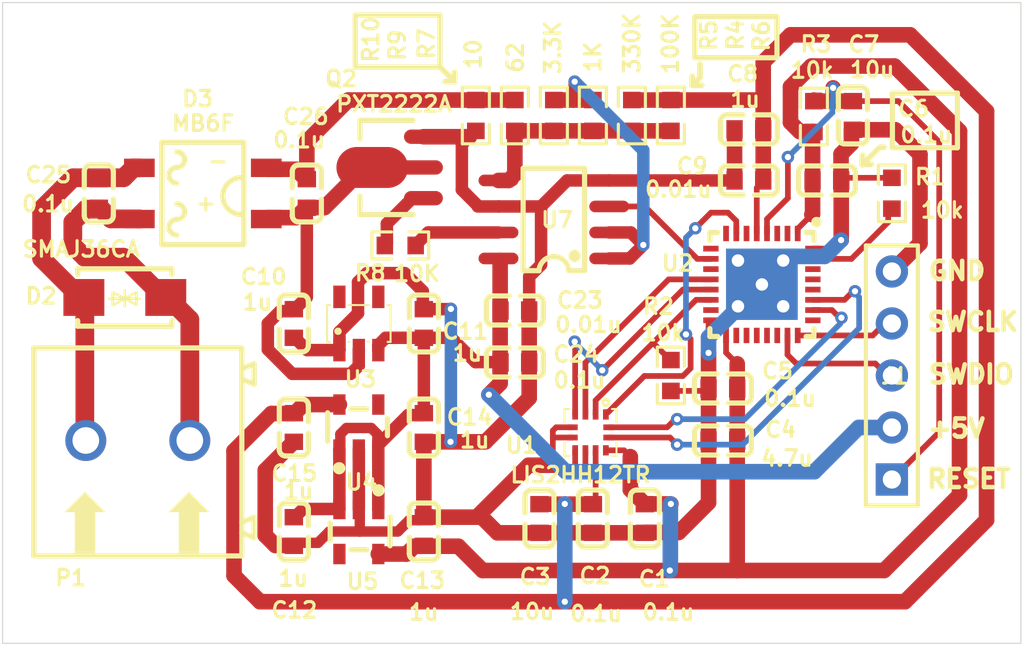
<source format=kicad_pcb>
(kicad_pcb (version 20240108) (generator "pcbnew") (generator_version "8.0")
  (layers (0 "F.Cu" signal "Top Layer") (31 "B.Cu" signal "Bottom Layer") (34 "B.Paste" user "Bottom Paste") (35 "F.Paste" user "Top Paste") (36 "B.SilkS" user "Bottom Overlay") (37 "F.SilkS" user "Top Overlay") (38 "B.Mask" user "Bottom Solder") (39 "F.Mask" user "Top Solder") (44 "Edge.Cuts" user))
  (net 0 "")
  (net 1 "VDD")
  (net 2 "GND")
  (net 3 "VDDA")
  (net 4 "RESET")
  (net 5 "VIN")
  (net 6 "+5V")
  (net 7 "LOOP+")
  (net 8 "LOOP-")
  (net 9 "NetC26_1")
  (net 10 "SWCLK")
  (net 11 "SWDIO")
  (net 12 "NetQ2_3")
  (net 13 "BOOT0")
  (net 14 "SPI1_NSS")
  (net 15 "NetR4_2")
  (net 16 "NetR5_2")
  (net 17 "NetR8_2")
  (net 18 "INT1")
  (net 19 "INT2")
  (net 20 "SPI1_MOSI")
  (net 21 "SPI1_MISO")
  (net 22 "SPI1_SCK")
  (net 23 "DAC1_OUT1")
  (footprint "C0603" (layer "F.Cu") (at 148.6535 106.934 180)
    (property "Reference" "C24")
    (property "Value" "0.1u")
  )
  (footprint "R0603" (layer "F.Cu") (at 163.2585 94.92463 -90)
    (property "Reference" "R3")
    (property "Value" "10k")
  )
  (footprint "C0603" (layer "F.Cu") (at 138.4935 98.679 -90)
    (property "Reference" "C26")
    (property "Value" "0.1u")
  )
  (footprint "C0603" (layer "F.Cu") (at 160.0835 95.54888)
    (property "Reference" "C8")
    (property "Value" "1u")
  )
  (footprint "C0603" (layer "F.Cu") (at 160.0835 98.044)
    (property "Reference" "C9")
    (property "Value" "0.01u")
  )
  (footprint "SOT-23-5_L2.9-W1.6-P0.95-LS2.8-BR" (layer "F.Cu") (at 141.0335 115.189 90)
    (property "Reference" "U5")
    (property "Value" "TPS7A0325PDBVR" (hide yes))
  )
  (footprint "C0603" (layer "F.Cu") (at 144.2085 105.029 -90)
    (property "Reference" "C11")
    (property "Value" "1u")
  )
  (footprint "HDR-M-2.54_1X5" (layer "F.Cu") (at 167.0685 107.569 90)
    (property "Reference" "J1")
    (property "Value" "HDR-M-2.54_1x5" (hide yes))
  )
  (footprint "SOT-23-5_L3.0-W1.7-P0.95-LS2.8-BR" (layer "F.Cu") (at 141.0335 105.029 -90)
    (property "Reference" "U3")
    (property "Value" "TLV70450DBVR" (hide yes))
  )
  (footprint "SMA_L4.4-W2.6-LS5.0-BI" (layer "F.Cu") (at 129.6035 103.759)
    (property "Reference" "D2")
    (property "Value" "SMAJ36CA")
  )
  (footprint "C0603" (layer "F.Cu") (at 158.8135 110.744)
    (property "Reference" "C4")
    (property "Value" "4.7u")
  )
  (footprint "R0603" (layer "F.Cu") (at 156.2735 94.869 -90)
    (property "Reference" "R6")
    (property "Value" "100K")
  )
  (footprint "C0603" (layer "F.Cu") (at 158.8135 108.204)
    (property "Reference" "C5")
    (property "Value" "0.1u")
  )
  (footprint "C0603" (layer "F.Cu") (at 128.3335 98.679 -90)
    (property "Reference" "C25")
    (property "Value" "0.1u")
  )
  (footprint "C0603" (layer "F.Cu") (at 144.2085 115.189 -90)
    (property "Reference" "C13")
    (property "Value" "1u")
  )
  (footprint "CONN-TH_2P-P5.00_WJ500V-5.08-2P" (layer "F.Cu") (at 130.2385 110.744 180)
    (property "Reference" "P1")
    (property "Value" "WJ500V-5.08-2P-14-00A" (hide yes))
  )
  (footprint "R0603" (layer "F.Cu") (at 146.7485 94.869 90)
    (property "Reference" "R10")
    (property "Value" "10")
  )
  (footprint "C0603" (layer "F.Cu") (at 148.6535 104.394 180)
    (property "Reference" "C23")
    (property "Value" "0.01u")
  )
  (footprint "R0603" (layer "F.Cu") (at 152.4635 94.869 90)
    (property "Reference" "R5")
    (property "Value" "1K")
  )
  (footprint "C0603" (layer "F.Cu") (at 137.8585 110.109 90)
    (property "Reference" "C15")
    (property "Value" "1u")
  )
  (footprint "UFQFPN-32_L5.0-W5.0-P0.50-TL-EP3.5" (layer "F.Cu") (at 160.7185 103.124 -90)
    (property "Reference" "U2")
    (property "Value" "STM32L432KBU6" (hide yes))
  )
  (footprint "MBF_L4.8-W3.9-P2.50-LS6.7-TL" (layer "F.Cu") (at 133.4135 98.679)
    (property "Reference" "D3")
    (property "Value" "MB6F")
  )
  (footprint "C0603" (layer "F.Cu") (at 155.0035 114.554 90)
    (property "Reference" "C1")
    (property "Value" "0.1u")
  )
  (footprint "R0603" (layer "F.Cu") (at 154.3685 94.869 -90)
    (property "Reference" "R4")
    (property "Value" "330K")
  )
  (footprint "R0603" (layer "F.Cu") (at 143.05674 101.219)
    (property "Reference" "R8")
    (property "Value" "10K")
  )
  (footprint "SOT-89-3_L4.5-W2.5-P1.50-LS4.1-TR" (layer "F.Cu") (at 142.9385 97.409)
    (property "Reference" "Q2")
    (property "Value" "PXT2222A")
  )
  (footprint "R0603" (layer "F.Cu") (at 148.6535 94.869 90)
    (property "Reference" "R9")
    (property "Value" "62")
  )
  (footprint "C0603" (layer "F.Cu") (at 149.8552 114.554 90)
    (property "Reference" "C3")
    (property "Value" "10u")
  )
  (footprint "C0603" (layer "F.Cu") (at 137.8585 115.189 90)
    (property "Reference" "C12")
    (property "Value" "1u")
  )
  (footprint "R0603" (layer "F.Cu") (at 167.0685 98.66818 90)
    (property "Reference" "R1")
    (property "Value" "10k")
  )
  (footprint "R0603" (layer "F.Cu") (at 156.2735 107.569 90)
    (property "Reference" "R2")
    (property "Value" "10k")
  )
  (footprint "C0603" (layer "F.Cu") (at 144.2085 110.109 90)
    (property "Reference" "C14")
    (property "Value" "1u")
  )
  (footprint "SOIC-8_L5.0-W4.0-P1.27-LS6.0-BL" (layer "F.Cu") (at 150.5585 99.949 90)
    (property "Reference" "U7")
    (property "Value" "OPA2244UA/2K5" (hide yes))
  )
  (footprint "C0603" (layer "F.Cu") (at 137.8585 105.029 90)
    (property "Reference" "C10")
    (property "Value" "1u")
  )
  (footprint "LGA-12_L2.0-W2.0-P0.50-BL" (layer "F.Cu") (at 152.34849 110.34895 180)
    (property "Reference" "U1")
    (property "Value" "LIS2HH12TR")
  )
  (footprint "C0603" (layer "F.Cu") (at 152.4635 114.554 90)
    (property "Reference" "C2")
    (property "Value" "0.1u")
  )
  (footprint "C0603" (layer "F.Cu") (at 165.1635 94.869 90)
    (property "Reference" "C7")
    (property "Value" "10u")
  )
  (footprint "R0603" (layer "F.Cu") (at 150.5585 94.869 90)
    (property "Reference" "R7")
    (property "Value" "3.3K")
  )
  (footprint "C0603" (layer "F.Cu") (at 163.8935 98.04392 180)
    (property "Reference" "C6")
    (property "Value" "0.1u")
  )
  (footprint "SOT-23-5_L2.9-W1.6-P0.95-LS2.8-BR" (layer "F.Cu") (at 141.0335 110.08888 -90)
    (property "Reference" "U4")
    (property "Value" "TPS7A0325PDBVR" (hide yes))
  )
  (gr_rect (start 158.9659 104.8512) (end 162.4711 101.3714) (fill solid) (layer "B.Cu") (net 2))
  (gr_line (start 144.9959 92.5068) (end 145.7071 93.218) (stroke (width 0.2794)) (layer "F.SilkS"))
  (gr_line (start 165.6207 97.282) (end 165.6461 97.2566) (stroke (width 0.2794)) (layer "F.SilkS"))
  (gr_line (start 145.2499 93.218) (end 145.7071 93.218) (stroke (width 0.2794)) (layer "F.SilkS"))
  (gr_line (start 157.6959 93.0148) (end 157.6959 92.3544) (stroke (width 0.2794)) (layer "F.SilkS"))
  (gr_line (start 165.6207 97.282) (end 165.6461 97.2566) (stroke (width 0.2794)) (layer "F.SilkS"))
  (gr_line (start 144.9959 92.5068) (end 144.9959 89.9668) (stroke (width 0.254)) (layer "F.SilkS"))
  (gr_line (start 157.3149 93.3958) (end 157.3149 92.964) (stroke (width 0.2794)) (layer "F.SilkS"))
  (gr_line (start 167.0939 93.7768) (end 170.2689 93.7768) (stroke (width 0.254)) (layer "F.SilkS"))
  (gr_line (start 165.6207 97.282) (end 165.6207 96.8502) (stroke (width 0.2794)) (layer "F.SilkS"))
  (gr_line (start 161.4551 92.0496) (end 161.4551 90.043) (stroke (width 0.254)) (layer "F.SilkS"))
  (gr_line (start 165.6207 97.282) (end 166.4843 96.4184) (stroke (width 0.2794)) (layer "F.SilkS"))
  (gr_line (start 157.3149 93.3958) (end 157.6959 93.0148) (stroke (width 0.2794)) (layer "F.SilkS"))
  (gr_line (start 166.4843 96.4184) (end 166.6875 96.4184) (stroke (width 0.2794)) (layer "F.SilkS"))
  (gr_line (start 165.6461 97.2566) (end 166.0525 97.2566) (stroke (width 0.2794)) (layer "F.SilkS"))
  (gr_line (start 165.6461 97.2566) (end 165.6461 96.8248) (stroke (width 0.2794)) (layer "F.SilkS"))
  (gr_line (start 145.7071 93.218) (end 145.7071 92.7608) (stroke (width 0.2794)) (layer "F.SilkS"))
  (gr_line (start 157.4419 90.043) (end 161.4551 90.043) (stroke (width 0.254)) (layer "F.SilkS"))
  (gr_line (start 157.3149 93.3958) (end 157.7721 93.3958) (stroke (width 0.2794)) (layer "F.SilkS"))
  (gr_line (start 157.4419 92.0496) (end 157.4419 90.043) (stroke (width 0.254)) (layer "F.SilkS"))
  (gr_line (start 157.4419 92.0496) (end 161.4551 92.0496) (stroke (width 0.254)) (layer "F.SilkS"))
  (gr_line (start 157.3149 93.3958) (end 157.7721 93.3958) (stroke (width 0.2794)) (layer "F.SilkS"))
  (gr_line (start 170.2689 96.4438) (end 170.2689 93.7768) (stroke (width 0.254)) (layer "F.SilkS"))
  (gr_line (start 145.7071 93.218) (end 145.7071 92.7608) (stroke (width 0.2794)) (layer "F.SilkS"))
  (gr_line (start 140.8557 92.5068) (end 144.9959 92.5068) (stroke (width 0.254)) (layer "F.SilkS"))
  (gr_line (start 140.8557 89.9668) (end 144.9959 89.9668) (stroke (width 0.254)) (layer "F.SilkS"))
  (gr_line (start 167.0939 96.4438) (end 167.0939 93.7768) (stroke (width 0.254)) (layer "F.SilkS"))
  (gr_line (start 165.6207 96.8502) (end 165.6461 96.8248) (stroke (width 0.2794)) (layer "F.SilkS"))
  (gr_line (start 167.0939 96.4438) (end 170.2689 96.4438) (stroke (width 0.254)) (layer "F.SilkS"))
  (gr_line (start 140.8557 92.5068) (end 140.8557 89.9668) (stroke (width 0.254)) (layer "F.SilkS"))
  (gr_line (start 123.6345 89.3572) (end 173.3677 89.3572) (stroke (width 0.05)) (layer "Edge.Cuts"))
  (gr_line (start 123.6345 120.65) (end 123.6345 89.3572) (stroke (width 0.05)) (layer "Edge.Cuts"))
  (gr_line (start 173.3677 89.3572) (end 173.3677 120.65) (stroke (width 0.05)) (layer "Edge.Cuts"))
  (gr_line (start 173.3677 120.65) (end 123.6345 120.65) (stroke (width 0.05)) (layer "Edge.Cuts"))
  (gr_text "+5V" (at 168.7195 110.675103 0) (layer "F.SilkS") (effects (font (size 0.889 0.889) (thickness 0.254)) (justify left bottom)))
  (gr_text "RESET" (at 168.6687 113.138903 0) (layer "F.SilkS") (effects (font (size 0.889 0.889) (thickness 0.254)) (justify left bottom)))
  (gr_text "GND" (at 168.7449 102.978903 0) (layer "F.SilkS") (effects (font (size 0.889 0.889) (thickness 0.254)) (justify left bottom)))
  (gr_text "SWDIO" (at 168.7449 108.033503 0) (layer "F.SilkS") (effects (font (size 0.889 0.889) (thickness 0.254)) (justify left bottom)))
  (gr_text "SWCLK" (at 168.6941 105.468103 0) (layer "F.SilkS") (effects (font (size 0.889 0.889) (thickness 0.254)) (justify left bottom)))
  (segment (start 159.5134 110.744) (end 159.5134 108.204) (width 0.762) (layer "F.Cu") (net 1))
  (segment (start 158.96839 106.45389) (end 158.96839 105.61399) (width 0.2794) (layer "F.Cu") (net 1))
  (segment (start 159.51339 117.094) (end 166.6875 117.094) (width 0.762) (layer "F.Cu") (net 1))
  (segment (start 158.96839 106.45389) (end 159.5134 106.9989) (width 0.2794) (layer "F.Cu") (net 1))
  (segment (start 163.1936 95.65837) (end 163.19635 95.65562) (width 0.762) (layer "F.Cu") (net 1))
  (segment (start 154.9345 113.8351) (end 154.9535 113.8541) (width 0.762) (layer "F.Cu") (net 1))
  (segment (start 153.98481 111.22391) (end 154.2923 111.5314) (width 0.2794) (layer "F.Cu") (net 1))
  (segment (start 155.0148 113.8428) (end 156.2735 113.8428) (width 0.762) (layer "F.Cu") (net 1))
  (segment (start 162.46851 100.63401) (end 162.46851 100.39901) (width 0.2794) (layer "F.Cu") (net 1))
  (segment (start 167.1955 92.456) (end 170.3705 95.631) (width 0.762) (layer "F.Cu") (net 1))
  (segment (start 156.2227 117.094) (end 159.51339 117.094) (width 0.762) (layer "F.Cu") (net 1))
  (segment (start 143.7436 115.9079) (end 144.1895 115.9079) (width 0.762) (layer "F.Cu") (net 1))
  (segment (start 162.1155 95.20926) (end 162.56187 95.65562) (width 0.762) (layer "F.Cu") (net 1))
  (segment (start 154.9345 113.8351) (end 154.9345 113.7851) (width 0.762) (layer "F.Cu") (net 1))
  (segment (start 163.1315 92.456) (end 167.1955 92.456) (width 0.762) (layer "F.Cu") (net 1))
  (segment (start 163.23626 95.65562) (end 163.2585 95.67786) (width 0.762) (layer "F.Cu") (net 1))
  (segment (start 159.5134 108.204) (end 159.5134 106.9989) (width 0.762) (layer "F.Cu") (net 1))
  (segment (start 144.2275 115.9079) (end 145.8926 115.9079) (width 0.762) (layer "F.Cu") (net 1))
  (segment (start 163.19635 95.65562) (end 163.23626 95.65562) (width 0.762) (layer "F.Cu") (net 1))
  (segment (start 159.51339 117.094) (end 159.5134 117.094) (width 0.762) (layer "F.Cu") (net 1))
  (segment (start 166.6875 117.094) (end 170.3705 113.411) (width 0.762) (layer "F.Cu") (net 1))
  (segment (start 163.1936 98.04392) (end 163.1936 95.65837) (width 0.762) (layer "F.Cu") (net 1))
  (segment (start 144.1895 115.9079) (end 144.2085 115.8889) (width 0.762) (layer "F.Cu") (net 1))
  (segment (start 162.46851 100.39901) (end 163.1569 99.71062) (width 0.2794) (layer "F.Cu") (net 1))
  (segment (start 143.3624 116.2891) (end 143.7436 115.9079) (width 0.762) (layer "F.Cu") (net 1))
  (segment (start 154.2923 113.1429) (end 154.9345 113.7851) (width 0.762) (layer "F.Cu") (net 1))
  (segment (start 154.9535 113.8541) (end 155.0035 113.8541) (width 0.762) (layer "F.Cu") (net 1))
  (segment (start 141.98351 116.2891) (end 143.3624 116.2891) (width 0.762) (layer "F.Cu") (net 1))
  (segment (start 147.0787 117.094) (end 156.2227 117.094) (width 0.762) (layer "F.Cu") (net 1))
  (segment (start 145.8926 115.9079) (end 147.0787 117.094) (width 0.762) (layer "F.Cu") (net 1))
  (segment (start 159.5134 117.094) (end 159.5134 110.744) (width 0.762) (layer "F.Cu") (net 1))
  (segment (start 170.3705 113.411) (end 170.3705 95.631) (width 0.762) (layer "F.Cu") (net 1))
  (segment (start 153.0985 111.22391) (end 153.98481 111.22391) (width 0.2794) (layer "F.Cu") (net 1))
  (segment (start 163.1936 99.67392) (end 163.1936 98.04392) (width 0.762) (layer "F.Cu") (net 1))
  (segment (start 163.1569 99.71062) (end 163.1936 99.67392) (width 0.762) (layer "F.Cu") (net 1))
  (segment (start 154.2923 113.1429) (end 154.2923 111.5314) (width 0.762) (layer "F.Cu") (net 1))
  (segment (start 162.1155 93.472) (end 163.1315 92.456) (width 0.762) (layer "F.Cu") (net 1))
  (segment (start 162.56187 95.65562) (end 163.19635 95.65562) (width 0.762) (layer "F.Cu") (net 1))
  (segment (start 144.2085 115.8889) (end 144.2275 115.9079) (width 0.762) (layer "F.Cu") (net 1))
  (segment (start 162.1155 95.20926) (end 162.1155 93.472) (width 0.762) (layer "F.Cu") (net 1))
  (via (at 156.2227 117.094) (size 0.6096) (drill 0.3048) (layers "F.Cu" "B.Cu") (net 1))
  (via (at 156.2735 113.8428) (size 0.6096) (drill 0.3048) (layers "F.Cu" "B.Cu") (net 1))
  (segment (start 156.2481 117.0686) (end 156.2481 113.8428) (width 0.762) (layer "B.Cu") (net 1))
  (segment (start 156.2227 117.094) (end 156.2481 117.0686) (width 0.762) (layer "B.Cu") (net 1))
  (segment (start 146.43411 95.90786) (end 146.71974 95.62224) (width 0.6096) (layer "F.Cu") (net 2))
  (segment (start 164.5842 98.03473) (end 164.5842 96.755) (width 0.762) (layer "F.Cu") (net 2))
  (segment (start 156.6594 115.2349) (end 158.1136 113.7807) (width 0.762) (layer "F.Cu") (net 2))
  (segment (start 149.3534 102.73998) (end 149.9338 102.15958) (width 0.6096) (layer "F.Cu") (net 2))
  (segment (start 165.0945 96.2447) (end 165.0945 95.5879) (width 0.762) (layer "F.Cu") (net 2))
  (segment (start 137.8395 115.8699) (end 137.8585 115.8889) (width 0.762) (layer "F.Cu") (net 2))
  (segment (start 144.18818 95.90786) (end 146.43411 95.90786) (width 0.762) (layer "F.Cu") (net 2))
  (segment (start 165.1635 95.5689) (end 167.235 95.5689) (width 0.762) (layer "F.Cu") (net 2))
  (segment (start 164.5842 98.03473) (end 164.70399 97.91494) (width 0.2794) (layer "F.Cu") (net 2))
  (segment (start 149.9338 99.314) (end 151.2038 98.044) (width 0.6096) (layer "F.Cu") (net 2))
  (segment (start 137.9085 105.7289) (end 138.50847 106.32887) (width 0.6096) (layer "F.Cu") (net 2))
  (segment (start 136.4615 112.2059) (end 137.7895 110.8779) (width 0.762) (layer "F.Cu") (net 2))
  (segment (start 167.235 95.5689) (end 168.4401 96.774) (width 0.762) (layer "F.Cu") (net 2))
  (segment (start 165.0945 95.5879) (end 165.1135 95.5689) (width 0.762) (layer "F.Cu") (net 2))
  (segment (start 137.8585 115.8889) (end 138.0045 115.7429) (width 0.508) (layer "F.Cu") (net 2))
  (segment (start 146.71974 95.62224) (end 146.7485 95.62224) (width 0.6096) (layer "F.Cu") (net 2))
  (segment (start 158.1136 110.744) (end 158.1136 108.204) (width 0.762) (layer "F.Cu") (net 2))
  (segment (start 140.08832 105.43633) (end 140.99327 104.53138) (width 0.6096) (layer "F.Cu") (net 2))
  (segment (start 149.8552 115.2539) (end 152.4635 115.2539) (width 0.762) (layer "F.Cu") (net 2))
  (segment (start 155.0225 115.2349) (end 156.6594 115.2349) (width 0.762) (layer "F.Cu") (net 2))
  (segment (start 142.9385 115.189) (end 143.4924 114.6351) (width 0.508) (layer "F.Cu") (net 2))
  (segment (start 153.2636 98.044) (end 159.3836 98.044) (width 0.6096) (layer "F.Cu") (net 2))
  (segment (start 138.50847 106.32887) (end 140.08352 106.32887) (width 0.6096) (layer "F.Cu") (net 2))
  (segment (start 150.5077 110.617) (end 150.5077 110.26261) (width 0.2794) (layer "F.Cu") (net 2))
  (segment (start 151.5745 112.1156) (end 151.59848 112.09162) (width 0.2794) (layer "F.Cu") (net 2))
  (segment (start 165.1135 95.5689) (end 165.1635 95.5689) (width 0.762) (layer "F.Cu") (net 2))
  (segment (start 151.5745 112.1156) (end 151.93481 112.1156) (width 0.2794) (layer "F.Cu") (net 2))
  (segment (start 139.03946 115.7429) (end 139.59336 115.189) (width 0.508) (layer "F.Cu") (net 2))
  (segment (start 164.5793 100.965) (end 164.58635 100.95795) (width 0.762) (layer "F.Cu") (net 2))
  (segment (start 143.27288 102.56938) (end 144.1585 103.455) (width 0.6096) (layer "F.Cu") (net 2))
  (segment (start 147.8534 99.314) (end 149.9338 99.314) (width 0.6096) (layer "F.Cu") (net 2))
  (segment (start 158.1136 106.4655) (end 158.1136 104.87411) (width 0.2794) (layer "F.Cu") (net 2))
  (segment (start 164.70399 97.91494) (end 167.0685 97.91494) (width 0.2794) (layer "F.Cu") (net 2))
  (segment (start 140.08352 106.32887) (end 140.08832 106.32407) (width 0.6096) (layer "F.Cu") (net 2))
  (segment (start 150.5077 110.26261) (end 150.67137 110.09894) (width 0.2794) (layer "F.Cu") (net 2))
  (segment (start 164.5842 96.755) (end 165.0945 96.2447) (width 0.762) (layer "F.Cu") (net 2))
  (segment (start 136.4615 115.37763) (end 136.4615 112.2059) (width 0.762) (layer "F.Cu") (net 2))
  (segment (start 152.4635 115.2539) (end 155.0035 115.2539) (width 0.762) (layer "F.Cu") (net 2))
  (segment (start 151.59848 112.09162) (end 151.59848 111.22391) (width 0.2794) (layer "F.Cu") (net 2))
  (segment (start 167.0685 102.489) (end 168.4401 101.1174) (width 0.762) (layer "F.Cu") (net 2))
  (segment (start 147.804 115.2539) (end 149.8552 115.2539) (width 0.762) (layer "F.Cu") (net 2))
  (segment (start 137.8585 105.7289) (end 137.9085 105.7289) (width 0.6096) (layer "F.Cu") (net 2))
  (segment (start 147.0392 114.4891) (end 147.804 115.2539) (width 0.762) (layer "F.Cu") (net 2))
  (segment (start 159.3836 95.54888) (end 159.3836 95.504) (width 0.762) (layer "F.Cu") (net 2))
  (segment (start 158.11391 104.87381) (end 158.22831 104.87381) (width 0.2794) (layer "F.Cu") (net 2))
  (segment (start 146.7993 114.4778) (end 149.32517 111.95193) (width 0.762) (layer "F.Cu") (net 2))
  (segment (start 146.8399 99.314) (end 147.8534 99.314) (width 0.6096) (layer "F.Cu") (net 2))
  (segment (start 144.1585 104.3291) (end 144.1585 103.455) (width 0.6096) (layer "F.Cu") (net 2))
  (segment (start 150.67137 110.09894) (end 151.47346 110.09894) (width 0.2794) (layer "F.Cu") (net 2))
  (segment (start 137.7895 110.8779) (end 137.7895 110.8279) (width 0.762) (layer "F.Cu") (net 2))
  (segment (start 149.3534 104.394) (end 149.3534 102.73998) (width 0.6096) (layer "F.Cu") (net 2))
  (segment (start 141.0795 115.189) (end 142.9385 115.189) (width 0.508) (layer "F.Cu") (net 2))
  (segment (start 140.99327 103.0072) (end 141.43108 102.56938) (width 0.6096) (layer "F.Cu") (net 2))
  (segment (start 150.67137 112.1156) (end 151.5745 112.1156) (width 0.2794) (layer "F.Cu") (net 2))
  (segment (start 144.2085 104.3291) (end 145.518 104.3291) (width 0.6096) (layer "F.Cu") (net 2))
  (segment (start 158.1136 108.204) (end 158.1136 106.4655) (width 0.762) (layer "F.Cu") (net 2))
  (segment (start 149.3534 108.6725) (end 149.3534 106.934) (width 0.762) (layer "F.Cu") (net 2))
  (segment (start 144.2085 110.8089) (end 145.50955 110.8089) (width 0.762) (layer "F.Cu") (net 2))
  (segment (start 146.06549 96.27648) (end 146.43411 95.90786) (width 0.6096) (layer "F.Cu") (net 2))
  (segment (start 151.93481 112.1156) (end 152.09848 111.95193) (width 0.2794) (layer "F.Cu") (net 2))
  (segment (start 147.217 110.8089) (end 149.3534 108.6725) (width 0.762) (layer "F.Cu") (net 2))
  (segment (start 151.2038 98.044) (end 153.2636 98.044) (width 0.6096) (layer "F.Cu") (net 2))
  (segment (start 144.2085 114.4891) (end 147.0392 114.4891) (width 0.762) (layer "F.Cu") (net 2))
  (segment (start 139.59336 115.189) (end 141.0795 115.189) (width 0.508) (layer "F.Cu") (net 2))
  (segment (start 141.0335 114.08893) (end 141.0795 114.13492) (width 0.508) (layer "F.Cu") (net 2))
  (segment (start 136.4615 115.37763) (end 136.95377 115.8699) (width 0.762) (layer "F.Cu") (net 2))
  (segment (start 163.20854 101.37394) (end 164.17036 101.37394) (width 0.2794) (layer "F.Cu") (net 2))
  (segment (start 140.99327 104.53138) (end 140.99327 103.0072) (width 0.6096) (layer "F.Cu") (net 2))
  (segment (start 144.2085 114.4891) (end 144.2085 110.8089) (width 0.762) (layer "F.Cu") (net 2))
  (segment (start 143.4924 114.6351) (end 144.0625 114.6351) (width 0.508) (layer "F.Cu") (net 2))
  (segment (start 157.99537 108.32224) (end 158.1136 108.204) (width 0.2794) (layer "F.Cu") (net 2))
  (segment (start 168.4401 101.1174) (end 168.4401 96.774) (width 0.762) (layer "F.Cu") (net 2))
  (segment (start 145.518 104.3291) (end 145.5293 104.3178) (width 0.6096) (layer "F.Cu") (net 2))
  (segment (start 136.95377 115.8699) (end 137.8395 115.8699) (width 0.762) (layer "F.Cu") (net 2))
  (segment (start 137.8085 110.8089) (end 137.8585 110.8089) (width 0.762) (layer "F.Cu") (net 2))
  (segment (start 158.1136 113.7807) (end 158.1136 110.744) (width 0.762) (layer "F.Cu") (net 2))
  (segment (start 150.52573 110.59897) (end 151.47346 110.59897) (width 0.2794) (layer "F.Cu") (net 2))
  (segment (start 141.0335 114.08893) (end 141.0335 111.18896) (width 0.6096) (layer "F.Cu") (net 2))
  (segment (start 141.0795 115.189) (end 141.0795 114.13492) (width 0.508) (layer "F.Cu") (net 2))
  (segment (start 140.08832 106.32407) (end 140.08832 105.43633) (width 0.6096) (layer "F.Cu") (net 2))
  (segment (start 152.09848 111.95193) (end 152.09848 111.22391) (width 0.2794) (layer "F.Cu") (net 2))
  (segment (start 146.06549 98.49839) (end 146.8605 99.2934) (width 0.6096) (layer "F.Cu") (net 2))
  (segment (start 164.58635 100.95795) (end 164.5934 100.9509) (width 0.762) (layer "F.Cu") (net 2))
  (segment (start 150.5077 111.95193) (end 150.67137 112.1156) (width 0.2794) (layer "F.Cu") (net 2))
  (segment (start 137.7895 110.8279) (end 137.8085 110.8089) (width 0.762) (layer "F.Cu") (net 2))
  (segment (start 149.9338 102.15958) (end 149.9338 99.314) (width 0.6096) (layer "F.Cu") (net 2))
  (segment (start 150.5077 111.95193) (end 150.5077 110.617) (width 0.2794) (layer "F.Cu") (net 2))
  (segment (start 141.43108 102.56938) (end 143.27288 102.56938) (width 0.6096) (layer "F.Cu") (net 2))
  (segment (start 149.3534 106.934) (end 149.3534 104.394) (width 0.762) (layer "F.Cu") (net 2))
  (segment (start 159.3836 98.044) (end 159.3836 95.54888) (width 0.762) (layer "F.Cu") (net 2))
  (segment (start 164.5934 100.9509) (end 164.5934 98.04392) (width 0.762) (layer "F.Cu") (net 2))
  (segment (start 138.0045 115.7429) (end 139.03946 115.7429) (width 0.508) (layer "F.Cu") (net 2))
  (segment (start 156.2735 108.32224) (end 157.99537 108.32224) (width 0.2794) (layer "F.Cu") (net 2))
  (segment (start 164.17036 101.37394) (end 164.5793 100.965) (width 0.2794) (layer "F.Cu") (net 2))
  (segment (start 150.5077 110.617) (end 150.52573 110.59897) (width 0.2794) (layer "F.Cu") (net 2))
  (segment (start 149.32517 111.95193) (end 150.5077 111.95193) (width 0.762) (layer "F.Cu") (net 2))
  (segment (start 145.50955 110.8089) (end 147.217 110.8089) (width 0.762) (layer "F.Cu") (net 2))
  (segment (start 146.06549 98.49839) (end 146.06549 96.27648) (width 0.6096) (layer "F.Cu") (net 2))
  (segment (start 158.1136 104.87411) (end 158.11391 104.87381) (width 0.2794) (layer "F.Cu") (net 2))
  (via (at 145.5293 104.3178) (size 0.6096) (drill 0.3048) (layers "F.Cu" "B.Cu") (net 2))
  (via (at 164.58635 100.95795) (size 0.6096) (drill 0.3048) (layers "F.Cu" "B.Cu") (net 2))
  (via (at 158.1136 106.4655) (size 0.6096) (drill 0.3048) (layers "F.Cu" "B.Cu") (net 2))
  (via (at 161.7599 101.9556) (size 1.016) (drill 0.6096) (layers "F.Cu" "B.Cu") (net 2))
  (via (at 161.7599 104.1908) (size 1.016) (drill 0.6096) (layers "F.Cu" "B.Cu") (net 2))
  (via (at 160.7185 103.124) (size 1.016) (drill 0.6096) (layers "F.Cu" "B.Cu") (net 2))
  (via (at 145.50955 110.8089) (size 0.6096) (drill 0.3048) (layers "F.Cu" "B.Cu") (net 2))
  (via (at 159.5501 104.1908) (size 1.016) (drill 0.6096) (layers "F.Cu" "B.Cu") (net 2))
  (via (at 159.5501 101.9556) (size 1.016) (drill 0.6096) (layers "F.Cu" "B.Cu") (net 2))
  (segment (start 158.1136 105.7035) (end 159.5501 104.267) (width 0.762) (layer "B.Cu") (net 2))
  (segment (start 145.50955 110.8089) (end 145.5293 110.78915) (width 0.6096) (layer "B.Cu") (net 2))
  (segment (start 163.7919 101.7524) (end 164.58635 100.95795) (width 0.762) (layer "B.Cu") (net 2))
  (segment (start 159.5501 104.267) (end 159.5501 104.1908) (width 0.762) (layer "B.Cu") (net 2))
  (segment (start 158.1136 106.4655) (end 158.1136 105.7035) (width 0.762) (layer "B.Cu") (net 2))
  (segment (start 145.5293 110.78915) (end 145.5293 104.3178) (width 0.6096) (layer "B.Cu") (net 2))
  (segment (start 161.7599 101.9556) (end 161.9631 101.7524) (width 0.762) (layer "B.Cu") (net 2))
  (segment (start 161.9631 101.7524) (end 163.7919 101.7524) (width 0.762) (layer "B.Cu") (net 2))
  (segment (start 152.5985 113.7191) (end 152.5985 111.22391) (width 0.2794) (layer "F.Cu") (net 3))
  (segment (start 156.2735 94.11576) (end 160.74893 94.11576) (width 0.762) (layer "F.Cu") (net 3))
  (segment (start 151.0919 118.618) (end 167.7035 118.618) (width 0.762) (layer "F.Cu") (net 3))
  (segment (start 134.9375 117.348) (end 136.2075 118.618) (width 0.762) (layer "F.Cu") (net 3))
  (segment (start 136.2075 118.618) (end 151.0919 118.618) (width 0.762) (layer "F.Cu") (net 3))
  (segment (start 162.1155 90.932) (end 167.9575 90.932) (width 0.762) (layer "F.Cu") (net 3))
  (segment (start 160.46849 100.63401) (end 160.46849 98.40891) (width 0.2794) (layer "F.Cu") (net 3))
  (segment (start 160.74893 94.11576) (end 160.7834 94.08129) (width 0.762) (layer "F.Cu") (net 3))
  (segment (start 160.7834 92.2641) (end 162.1155 90.932) (width 0.762) (layer "F.Cu") (net 3))
  (segment (start 138.32882 108.98878) (end 140.08349 108.98878) (width 0.762) (layer "F.Cu") (net 3))
  (segment (start 136.7614 109.4281) (end 137.8395 109.4281) (width 0.762) (layer "F.Cu") (net 3))
  (segment (start 160.7834 94.08129) (end 160.7834 92.2641) (width 0.762) (layer "F.Cu") (net 3))
  (segment (start 167.9575 90.932) (end 171.6913 94.6658) (width 0.762) (layer "F.Cu") (net 3))
  (segment (start 152.4635 113.8541) (end 152.5985 113.7191) (width 0.2794) (layer "F.Cu") (net 3))
  (segment (start 167.7035 118.618) (end 171.6913 114.6302) (width 0.762) (layer "F.Cu") (net 3))
  (segment (start 160.7834 95.54888) (end 160.7834 94.08129) (width 0.762) (layer "F.Cu") (net 3))
  (segment (start 154.3685 94.11576) (end 156.2735 94.11576) (width 0.762) (layer "F.Cu") (net 3))
  (segment (start 137.9085 109.4091) (end 138.32882 108.98878) (width 0.762) (layer "F.Cu") (net 3))
  (segment (start 160.46849 98.40891) (end 160.7834 98.094) (width 0.2794) (layer "F.Cu") (net 3))
  (segment (start 137.8585 109.4091) (end 137.9085 109.4091) (width 0.762) (layer "F.Cu") (net 3))
  (segment (start 134.9375 111.252) (end 136.7614 109.4281) (width 0.762) (layer "F.Cu") (net 3))
  (segment (start 160.7834 98.044) (end 160.7834 95.54888) (width 0.762) (layer "F.Cu") (net 3))
  (segment (start 171.6913 114.6302) (end 171.6913 94.6658) (width 0.762) (layer "F.Cu") (net 3))
  (segment (start 149.8552 113.8541) (end 152.4635 113.8541) (width 0.762) (layer "F.Cu") (net 3))
  (segment (start 137.8395 109.4281) (end 137.8585 109.4091) (width 0.762) (layer "F.Cu") (net 3))
  (segment (start 160.7834 98.094) (end 160.7834 98.044) (width 0.2794) (layer "F.Cu") (net 3))
  (segment (start 134.9375 117.348) (end 134.9375 111.252) (width 0.762) (layer "F.Cu") (net 3))
  (via (at 151.0919 118.618) (size 0.6096) (drill 0.3048) (layers "F.Cu" "B.Cu") (net 3))
  (via (at 151.0919 113.8428) (size 0.6096) (drill 0.3048) (layers "F.Cu" "B.Cu") (net 3))
  (segment (start 151.0919 118.618) (end 151.0919 113.8428) (width 0.762) (layer "B.Cu") (net 3))
  (segment (start 165.1635 94.1691) (end 167.38461 94.1691) (width 0.2794) (layer "F.Cu") (net 4))
  (segment (start 160.96851 99.92759) (end 161.9885 98.9076) (width 0.2794) (layer "F.Cu") (net 4))
  (segment (start 167.38461 94.1691) (end 169.3799 96.1644) (width 0.2794) (layer "F.Cu") (net 4))
  (segment (start 164.1983 94.1437) (end 164.1983 93.5228) (width 0.762) (layer "F.Cu") (net 4))
  (segment (start 160.96851 100.63401) (end 160.96851 99.92759) (width 0.2794) (layer "F.Cu") (net 4))
  (segment (start 163.5394 94.138) (end 163.5705 94.1691) (width 0.762) (layer "F.Cu") (net 4))
  (segment (start 163.5705 94.1691) (end 164.2237 94.1691) (width 0.762) (layer "F.Cu") (net 4))
  (segment (start 164.2237 94.1691) (end 165.1635 94.1691) (width 0.762) (layer "F.Cu") (net 4))
  (segment (start 169.3799 110.3376) (end 169.3799 96.1644) (width 0.2794) (layer "F.Cu") (net 4))
  (segment (start 167.0685 112.649) (end 169.3799 110.3376) (width 0.2794) (layer "F.Cu") (net 4))
  (segment (start 161.9885 98.9076) (end 161.9885 96.901) (width 0.2794) (layer "F.Cu") (net 4))
  (segment (start 164.1983 94.1437) (end 164.2237 94.1691) (width 0.762) (layer "F.Cu") (net 4))
  (segment (start 163.28074 94.138) (end 163.5394 94.138) (width 0.762) (layer "F.Cu") (net 4))
  (segment (start 163.2585 94.11576) (end 163.28074 94.138) (width 0.762) (layer "F.Cu") (net 4))
  (via (at 164.1983 93.5228) (size 0.6096) (drill 0.3048) (layers "F.Cu" "B.Cu") (net 4))
  (via (at 161.9885 96.901) (size 0.6096) (drill 0.3048) (layers "F.Cu" "B.Cu") (net 4))
  (segment (start 164.1983 94.1324) (end 164.1983 93.5228) (width 0.2794) (layer "B.Cu") (net 4))
  (segment (start 164.1983 94.1324) (end 164.2237 94.1578) (width 0.2794) (layer "B.Cu") (net 4))
  (segment (start 164.16052 94.72898) (end 164.16052 94.22098) (width 0.2794) (layer "B.Cu") (net 4))
  (segment (start 161.9885 96.901) (end 164.16052 94.72898) (width 0.2794) (layer "B.Cu") (net 4))
  (segment (start 164.16052 94.22098) (end 164.2237 94.1578) (width 0.2794) (layer "B.Cu") (net 4))
  (segment (start 141.27382 97.409) (end 141.68882 97.409) (width 0.762) (layer "F.Cu") (net 5))
  (segment (start 137.9085 104.3291) (end 138.4935 103.7441) (width 0.6096) (layer "F.Cu") (net 5))
  (segment (start 139.35382 99.3697) (end 140.70194 98.02158) (width 0.762) (layer "F.Cu") (net 5))
  (segment (start 137.8585 104.3291) (end 137.9085 104.3291) (width 0.6096) (layer "F.Cu") (net 5))
  (segment (start 137.1932 104.4243) (end 137.7633 104.4243) (width 0.6096) (layer "F.Cu") (net 5))
  (segment (start 138.4435 99.3789) (end 138.4935 99.3789) (width 0.762) (layer "F.Cu") (net 5))
  (segment (start 138.4935 99.3789) (end 138.5027 99.3697) (width 0.762) (layer "F.Cu") (net 5))
  (segment (start 140.70194 97.98088) (end 141.27382 97.409) (width 0.762) (layer "F.Cu") (net 5))
  (segment (start 137.7633 104.4243) (end 137.8585 104.3291) (width 0.6096) (layer "F.Cu") (net 5))
  (segment (start 138.4935 103.7441) (end 138.4935 99.3789) (width 0.6096) (layer "F.Cu") (net 5))
  (segment (start 136.51355 99.92901) (end 136.58254 99.86001) (width 0.762) (layer "F.Cu") (net 5))
  (segment (start 136.5885 106.299) (end 136.5885 105.029) (width 0.6096) (layer "F.Cu") (net 5))
  (segment (start 137.77797 107.48847) (end 140.63602 107.48847) (width 0.6096) (layer "F.Cu") (net 5))
  (segment (start 138.5027 99.3697) (end 139.35382 99.3697) (width 0.762) (layer "F.Cu") (net 5))
  (segment (start 136.58254 99.86001) (end 137.96239 99.86001) (width 0.762) (layer "F.Cu") (net 5))
  (segment (start 141.02867 107.09581) (end 141.02867 106.33372) (width 0.6096) (layer "F.Cu") (net 5))
  (segment (start 141.02867 106.33372) (end 141.03348 106.32892) (width 0.6096) (layer "F.Cu") (net 5))
  (segment (start 140.70194 98.02158) (end 140.70194 97.98088) (width 0.762) (layer "F.Cu") (net 5))
  (segment (start 137.96239 99.86001) (end 138.4435 99.3789) (width 0.762) (layer "F.Cu") (net 5))
  (segment (start 136.5885 105.029) (end 137.1932 104.4243) (width 0.6096) (layer "F.Cu") (net 5))
  (segment (start 136.5885 106.299) (end 137.77797 107.48847) (width 0.6096) (layer "F.Cu") (net 5))
  (segment (start 140.63602 107.48847) (end 141.02867 107.09581) (width 0.6096) (layer "F.Cu") (net 5))
  (segment (start 137.8585 114.4891) (end 137.9085 114.4891) (width 0.6096) (layer "F.Cu") (net 6))
  (segment (start 141.98344 106.32897) (end 141.98344 106.08857) (width 0.6096) (layer "F.Cu") (net 6))
  (segment (start 145.5434 105.7289) (end 146.7295 106.915) (width 0.6096) (layer "F.Cu") (net 6))
  (segment (start 141.98342 114.08894) (end 141.98344 114.08895) (width 0.6096) (layer "F.Cu") (net 6))
  (segment (start 142.34311 105.7289) (end 144.2085 105.7289) (width 0.6096) (layer "F.Cu") (net 6))
  (segment (start 141.98341 110.95827) (end 143.43738 109.5043) (width 0.6096) (layer "F.Cu") (net 6))
  (segment (start 141.98342 114.08894) (end 141.98342 111.18897) (width 0.6096) (layer "F.Cu") (net 6))
  (segment (start 141.98341 111.18896) (end 141.98341 110.95827) (width 0.6096) (layer "F.Cu") (net 6))
  (segment (start 141.93741 111.14296) (end 141.93741 110.43198) (width 0.508) (layer "F.Cu") (net 6))
  (segment (start 147.9346 106.915) (end 147.9346 101.9508) (width 0.762) (layer "F.Cu") (net 6))
  (segment (start 140.08357 111.18893) (end 140.08358 111.18894) (width 0.6096) (layer "F.Cu") (net 6))
  (segment (start 147.9346 107.9577) (end 147.9346 106.953) (width 0.762) (layer "F.Cu") (net 6))
  (segment (start 140.08358 114.08891) (end 140.08358 111.18894) (width 0.6096) (layer "F.Cu") (net 6))
  (segment (start 140.12957 111.14293) (end 140.12957 110.43198) (width 0.508) (layer "F.Cu") (net 6))
  (segment (start 141.98344 106.08857) (end 142.34311 105.7289) (width 0.6096) (layer "F.Cu") (net 6))
  (segment (start 146.7295 106.915) (end 147.9346 106.915) (width 0.6096) (layer "F.Cu") (net 6))
  (segment (start 147.9346 106.953) (end 147.9536 106.934) (width 0.762) (layer "F.Cu") (net 6))
  (segment (start 140.08358 114.08891) (end 140.08359 114.08893) (width 0.6096) (layer "F.Cu") (net 6))
  (segment (start 137.9085 114.4891) (end 138.30868 114.08893) (width 0.6096) (layer "F.Cu") (net 6))
  (segment (start 147.3835 108.5088) (end 147.9346 107.9577) (width 0.762) (layer "F.Cu") (net 6))
  (segment (start 138.30868 114.08893) (end 140.08359 114.08893) (width 0.6096) (layer "F.Cu") (net 6))
  (segment (start 141.93741 111.14296) (end 141.98341 111.18896) (width 0.508) (layer "F.Cu") (net 6))
  (segment (start 144.2085 105.7289) (end 145.5434 105.7289) (width 0.6096) (layer "F.Cu") (net 6))
  (segment (start 141.98341 111.18896) (end 141.98342 111.18897) (width 0.6096) (layer "F.Cu") (net 6))
  (segment (start 140.12957 110.43198) (end 140.42715 110.1344) (width 0.508) (layer "F.Cu") (net 6))
  (segment (start 140.42715 110.1344) (end 141.63983 110.1344) (width 0.508) (layer "F.Cu") (net 6))
  (segment (start 141.63983 110.1344) (end 141.93741 110.43198) (width 0.508) (layer "F.Cu") (net 6))
  (segment (start 144.2085 109.4091) (end 144.2085 105.7289) (width 0.6096) (layer "F.Cu") (net 6))
  (segment (start 144.1133 109.5043) (end 144.2085 109.4091) (width 0.6096) (layer "F.Cu") (net 6))
  (segment (start 143.43738 109.5043) (end 144.1133 109.5043) (width 0.6096) (layer "F.Cu") (net 6))
  (segment (start 140.08357 111.18893) (end 140.12957 111.14293) (width 0.508) (layer "F.Cu") (net 6))
  (via (at 147.3835 108.5088) (size 0.6096) (drill 0.3048) (layers "F.Cu" "B.Cu") (net 6))
  (segment (start 147.3835 108.5088) (end 151.1427 112.268) (width 0.762) (layer "B.Cu") (net 6))
  (segment (start 165.4429 110.109) (end 167.0685 110.109) (width 0.762) (layer "B.Cu") (net 6))
  (segment (start 151.1427 112.268) (end 163.2839 112.268) (width 0.762) (layer "B.Cu") (net 6))
  (segment (start 163.2839 112.268) (end 165.4429 110.109) (width 0.762) (layer "B.Cu") (net 6))
  (segment (start 132.7785 110.744) (end 132.7785 104.834) (width 0.9144) (layer "F.Cu") (net 7))
  (segment (start 127.0635 101.219) (end 127.6367 101.7922) (width 0.9144) (layer "F.Cu") (net 7))
  (segment (start 131.5035 103.759) (end 131.6035 103.759) (width 0.9144) (layer "F.Cu") (net 7))
  (segment (start 128.93189 99.92178) (end 130.30636 99.92178) (width 0.9144) (layer "F.Cu") (net 7))
  (segment (start 128.45601 99.4459) (end 128.93189 99.92178) (width 0.9144) (layer "F.Cu") (net 7))
  (segment (start 131.7035 103.759) (end 132.7785 104.834) (width 0.9144) (layer "F.Cu") (net 7))
  (segment (start 130.30636 99.92178) (end 130.31356 99.92898) (width 0.9144) (layer "F.Cu") (net 7))
  (segment (start 127.0635 100.0809) (end 127.6985 99.4459) (width 0.9144) (layer "F.Cu") (net 7))
  (segment (start 131.6035 103.759) (end 131.7035 103.759) (width 0.9144) (layer "F.Cu") (net 7))
  (segment (start 127.6985 99.4459) (end 128.45601 99.4459) (width 0.9144) (layer "F.Cu") (net 7))
  (segment (start 129.5367 101.7922) (end 131.5035 103.759) (width 0.9144) (layer "F.Cu") (net 7))
  (segment (start 127.6367 101.7922) (end 129.5367 101.7922) (width 0.9144) (layer "F.Cu") (net 7))
  (segment (start 127.0635 101.219) (end 127.0635 100.0809) (width 0.9144) (layer "F.Cu") (net 7))
  (segment (start 127.16071 103.3162) (end 127.6035 103.759) (width 0.9144) (layer "F.Cu") (net 8))
  (segment (start 127.651 110.6965) (end 127.651 103.8065) (width 0.9144) (layer "F.Cu") (net 8))
  (segment (start 127.07704 97.9121) (end 129.54483 97.9121) (width 0.9144) (layer "F.Cu") (net 8))
  (segment (start 127.00544 103.3162) (end 127.16071 103.3162) (width 0.9144) (layer "F.Cu") (net 8))
  (segment (start 125.5395 101.85026) (end 125.5395 99.44964) (width 0.9144) (layer "F.Cu") (net 8))
  (segment (start 130.02796 97.42896) (end 130.31356 97.42896) (width 0.9144) (layer "F.Cu") (net 8))
  (segment (start 127.6035 103.759) (end 127.651 103.8065) (width 0.9144) (layer "F.Cu") (net 8))
  (segment (start 125.5395 99.44964) (end 127.07704 97.9121) (width 0.9144) (layer "F.Cu") (net 8))
  (segment (start 125.5395 101.85026) (end 127.00544 103.3162) (width 0.9144) (layer "F.Cu") (net 8))
  (segment (start 127.651 110.6965) (end 127.6985 110.744) (width 0.9144) (layer "F.Cu") (net 8))
  (segment (start 129.54483 97.9121) (end 130.02796 97.42896) (width 0.9144) (layer "F.Cu") (net 8))
  (segment (start 146.7485 94.11576) (end 148.6535 94.11576) (width 0.762) (layer "F.Cu") (net 9))
  (segment (start 140.51674 94.11576) (end 146.7485 94.11576) (width 0.762) (layer "F.Cu") (net 9))
  (segment (start 138.4935 96.139) (end 140.51674 94.11576) (width 0.762) (layer "F.Cu") (net 9))
  (segment (start 136.58254 97.49799) (end 137.96239 97.49799) (width 0.762) (layer "F.Cu") (net 9))
  (segment (start 138.4935 97.9791) (end 138.4935 96.139) (width 0.762) (layer "F.Cu") (net 9))
  (segment (start 137.96239 97.49799) (end 138.4435 97.9791) (width 0.762) (layer "F.Cu") (net 9))
  (segment (start 136.51355 97.42899) (end 136.58254 97.49799) (width 0.762) (layer "F.Cu") (net 9))
  (segment (start 138.4435 97.9791) (end 138.4935 97.9791) (width 0.762) (layer "F.Cu") (net 9))
  (segment (start 166.13298 105.61399) (end 166.71797 105.029) (width 0.2794) (layer "F.Cu") (net 10))
  (segment (start 162.46861 105.61399) (end 166.13298 105.61399) (width 0.2794) (layer "F.Cu") (net 10))
  (segment (start 166.71797 105.029) (end 167.0685 105.029) (width 0.2794) (layer "F.Cu") (net 10))
  (segment (start 162.3949 106.9848) (end 166.25713 106.9848) (width 0.2794) (layer "F.Cu") (net 11))
  (segment (start 166.84133 107.569) (end 167.0685 107.569) (width 0.2794) (layer "F.Cu") (net 11))
  (segment (start 166.25713 106.9848) (end 166.84133 107.569) (width 0.2794) (layer "F.Cu") (net 11))
  (segment (start 161.96866 106.55856) (end 161.96866 105.61429) (width 0.2794) (layer "F.Cu") (net 11))
  (segment (start 161.96836 105.61399) (end 161.96866 105.61429) (width 0.2794) (layer "F.Cu") (net 11))
  (segment (start 161.96866 106.55856) (end 162.3949 106.9848) (width 0.2794) (layer "F.Cu") (net 11))
  (segment (start 142.3035 101.219) (end 142.40194 101.12056) (width 0.6096) (layer "F.Cu") (net 12))
  (segment (start 143.64504 98.91014) (end 144.18818 98.91014) (width 0.6096) (layer "F.Cu") (net 12))
  (segment (start 142.40194 100.15325) (end 143.64504 98.91014) (width 0.6096) (layer "F.Cu") (net 12))
  (segment (start 142.40194 101.12056) (end 142.40194 100.15325) (width 0.6096) (layer "F.Cu") (net 12))
  (segment (start 166.88662 100.08008) (end 166.88662 99.6033) (width 0.2794) (layer "F.Cu") (net 13))
  (segment (start 163.20841 101.87407) (end 165.09263 101.87407) (width 0.2794) (layer "F.Cu") (net 13))
  (segment (start 166.88662 99.6033) (end 167.0685 99.42142) (width 0.2794) (layer "F.Cu") (net 13))
  (segment (start 165.09263 101.87407) (end 166.88662 100.08008) (width 0.2794) (layer "F.Cu") (net 13))
  (segment (start 152.59881 108.77989) (end 155.3718 106.0069) (width 0.2794) (layer "F.Cu") (net 14))
  (segment (start 155.43587 106.0069) (end 156.24474 106.81576) (width 0.2794) (layer "F.Cu") (net 14))
  (segment (start 155.3718 106.0069) (end 155.43587 106.0069) (width 0.2794) (layer "F.Cu") (net 14))
  (segment (start 157.50459 103.87411) (end 158.22801 103.87411) (width 0.2794) (layer "F.Cu") (net 14))
  (segment (start 158.22801 103.87411) (end 158.22831 103.87381) (width 0.2794) (layer "F.Cu") (net 14))
  (segment (start 156.24474 106.81576) (end 156.2735 106.81576) (width 0.2794) (layer "F.Cu") (net 14))
  (segment (start 152.59881 109.47369) (end 152.59881 108.77989) (width 0.2794) (layer "F.Cu") (net 14))
  (segment (start 152.5985 109.474) (end 152.59881 109.47369) (width 0.2794) (layer "F.Cu") (net 14))
  (segment (start 155.3718 106.0069) (end 157.50459 103.87411) (width 0.2794) (layer "F.Cu") (net 14))
  (segment (start 147.8534 98.044) (end 148.35071 98.044) (width 0.762) (layer "F.Cu") (net 15))
  (segment (start 148.35071 98.044) (end 148.6535 97.74121) (width 0.762) (layer "F.Cu") (net 15))
  (segment (start 154.3685 95.62224) (end 156.2735 95.62224) (width 0.762) (layer "F.Cu") (net 15))
  (segment (start 148.6535 97.74121) (end 148.6535 95.62224) (width 0.762) (layer "F.Cu") (net 15))
  (segment (start 152.4635 95.62224) (end 154.3685 95.62224) (width 0.762) (layer "F.Cu") (net 15))
  (segment (start 148.6535 95.62224) (end 150.5585 95.62224) (width 0.762) (layer "F.Cu") (net 15))
  (segment (start 150.5585 95.62224) (end 152.4635 95.62224) (width 0.762) (layer "F.Cu") (net 15))
  (segment (start 153.2636 101.854) (end 154.2669 101.854) (width 0.6096) (layer "F.Cu") (net 16))
  (segment (start 150.5585 94.11576) (end 151.511 94.11576) (width 0.762) (layer "F.Cu") (net 16))
  (segment (start 154.3177 100.584) (end 154.9273 101.1936) (width 0.6096) (layer "F.Cu") (net 16))
  (segment (start 151.511 94.11576) (end 151.5745 94.05226) (width 0.6096) (layer "F.Cu") (net 16))
  (segment (start 151.5745 94.05226) (end 151.5745 93.218) (width 0.6096) (layer "F.Cu") (net 16))
  (segment (start 153.2636 100.584) (end 154.3177 100.584) (width 0.6096) (layer "F.Cu") (net 16))
  (segment (start 151.511 94.11576) (end 152.4635 94.11576) (width 0.762) (layer "F.Cu") (net 16))
  (segment (start 154.2669 101.854) (end 154.9273 101.1936) (width 0.6096) (layer "F.Cu") (net 16))
  (via (at 154.9273 101.1936) (size 0.6096) (drill 0.3048) (layers "F.Cu" "B.Cu") (net 16))
  (via (at 151.5745 93.218) (size 0.6096) (drill 0.3048) (layers "F.Cu" "B.Cu") (net 16))
  (segment (start 151.5745 93.218) (end 154.9273 96.5708) (width 0.6096) (layer "B.Cu") (net 16))
  (segment (start 154.9273 101.1936) (end 154.9273 96.5708) (width 0.6096) (layer "B.Cu") (net 16))
  (segment (start 143.80997 101.219) (end 143.80997 101.19023) (width 0.6096) (layer "F.Cu") (net 17))
  (segment (start 144.41621 100.584) (end 147.8534 100.584) (width 0.6096) (layer "F.Cu") (net 17))
  (segment (start 143.80997 101.19023) (end 144.41621 100.584) (width 0.6096) (layer "F.Cu") (net 17))
  (segment (start 156.09261 110.09894) (end 156.48895 109.7026) (width 0.2794) (layer "F.Cu") (net 18))
  (segment (start 156.48895 109.7026) (end 156.5783 109.7026) (width 0.2794) (layer "F.Cu") (net 18))
  (segment (start 164.13968 104.37393) (end 164.51535 104.7496) (width 0.2794) (layer "F.Cu") (net 18))
  (segment (start 164.51535 104.7496) (end 164.6047 104.7496) (width 0.2794) (layer "F.Cu") (net 18))
  (segment (start 153.22352 110.09894) (end 156.09261 110.09894) (width 0.2794) (layer "F.Cu") (net 18))
  (segment (start 163.20856 104.37393) (end 164.13968 104.37393) (width 0.2794) (layer "F.Cu") (net 18))
  (via (at 164.6047 104.7496) (size 0.6096) (drill 0.3048) (layers "F.Cu" "B.Cu") (net 18))
  (via (at 156.5783 109.7026) (size 0.6096) (drill 0.3048) (layers "F.Cu" "B.Cu") (net 18))
  (segment (start 156.5783 109.7026) (end 159.8803 109.7026) (width 0.2794) (layer "B.Cu") (net 18))
  (segment (start 164.54152 104.81278) (end 164.6047 104.7496) (width 0.2794) (layer "B.Cu") (net 18))
  (segment (start 159.8803 109.7026) (end 164.54152 105.04138) (width 0.2794) (layer "B.Cu") (net 18))
  (segment (start 164.54152 105.04138) (end 164.54152 104.81278) (width 0.2794) (layer "B.Cu") (net 18))
  (segment (start 165.17575 103.4542) (end 165.2651 103.4542) (width 0.2794) (layer "F.Cu") (net 19))
  (segment (start 153.22352 110.59897) (end 156.23007 110.59897) (width 0.2794) (layer "F.Cu") (net 19))
  (segment (start 156.23007 110.59897) (end 156.5783 110.9472) (width 0.2794) (layer "F.Cu") (net 19))
  (segment (start 164.75589 103.87406) (end 165.17575 103.4542) (width 0.2794) (layer "F.Cu") (net 19))
  (segment (start 163.20844 103.87406) (end 164.75589 103.87406) (width 0.2794) (layer "F.Cu") (net 19))
  (via (at 165.2651 103.4542) (size 0.6096) (drill 0.3048) (layers "F.Cu" "B.Cu") (net 19))
  (via (at 156.5783 110.9472) (size 0.6096) (drill 0.3048) (layers "F.Cu" "B.Cu") (net 19))
  (segment (start 159.7787 110.9472) (end 165.4683 105.2576) (width 0.2794) (layer "B.Cu") (net 19))
  (segment (start 165.2651 103.54355) (end 165.4683 103.74675) (width 0.2794) (layer "B.Cu") (net 19))
  (segment (start 165.4683 105.2576) (end 165.4683 103.74675) (width 0.2794) (layer "B.Cu") (net 19))
  (segment (start 156.5783 110.9472) (end 159.7787 110.9472) (width 0.2794) (layer "B.Cu") (net 19))
  (segment (start 165.2651 103.54355) (end 165.2651 103.4542) (width 0.2794) (layer "B.Cu") (net 19))
  (segment (start 156.86176 103.37394) (end 158.22844 103.37394) (width 0.2794) (layer "F.Cu") (net 20))
  (segment (start 151.5745 105.918) (end 151.59817 105.94167) (width 0.2794) (layer "F.Cu") (net 20))
  (segment (start 151.59817 109.47369) (end 151.59848 109.474) (width 0.2794) (layer "F.Cu") (net 20))
  (segment (start 152.9207 107.315) (end 156.86176 103.37394) (width 0.2794) (layer "F.Cu") (net 20))
  (segment (start 151.59817 109.47369) (end 151.59817 105.94167) (width 0.2794) (layer "F.Cu") (net 20))
  (via (at 152.9207 107.315) (size 0.6096) (drill 0.3048) (layers "F.Cu" "B.Cu") (net 20))
  (via (at 151.5745 105.918) (size 0.6096) (drill 0.3048) (layers "F.Cu" "B.Cu") (net 20))
  (segment (start 151.5745 105.9688) (end 151.5745 105.918) (width 0.2794) (layer "B.Cu") (net 20))
  (segment (start 151.5745 105.9688) (end 152.9207 107.315) (width 0.2794) (layer "B.Cu") (net 20))
  (segment (start 156.16779 102.87411) (end 158.22803 102.87411) (width 0.2794) (layer "F.Cu") (net 21))
  (segment (start 152.09848 106.94342) (end 156.16779 102.87411) (width 0.2794) (layer "F.Cu") (net 21))
  (segment (start 152.09848 109.474) (end 152.09848 106.94342) (width 0.2794) (layer "F.Cu") (net 21))
  (segment (start 158.22803 102.87411) (end 158.22834 102.87381) (width 0.2794) (layer "F.Cu") (net 21))
  (segment (start 159.46819 100.63371) (end 159.46819 100.01948) (width 0.2794) (layer "F.Cu") (net 22))
  (segment (start 153.0985 109.364) (end 153.09881 109.3637) (width 0.2794) (layer "F.Cu") (net 22))
  (segment (start 154.9781 107.5944) (end 156.8577 107.5944) (width 0.2794) (layer "F.Cu") (net 22))
  (segment (start 158.2293 99.6188) (end 159.0675 99.6188) (width 0.2794) (layer "F.Cu") (net 22))
  (segment (start 153.2088 109.3637) (end 154.9781 107.5944) (width 0.2794) (layer "F.Cu") (net 22))
  (segment (start 159.0675 99.6188) (end 159.46819 100.01948) (width 0.2794) (layer "F.Cu") (net 22))
  (segment (start 159.46819 100.63371) (end 159.46849 100.63401) (width 0.2794) (layer "F.Cu") (net 22))
  (segment (start 156.8577 107.5944) (end 157.2387 107.2134) (width 0.2794) (layer "F.Cu") (net 22))
  (segment (start 157.2387 107.2134) (end 157.2387 105.791) (width 0.2794) (layer "F.Cu") (net 22))
  (segment (start 153.0985 109.474) (end 153.0985 109.364) (width 0.2794) (layer "F.Cu") (net 22))
  (segment (start 157.0101 105.5624) (end 157.2387 105.791) (width 0.2794) (layer "F.Cu") (net 22))
  (segment (start 153.09881 109.3637) (end 153.2088 109.3637) (width 0.2794) (layer "F.Cu") (net 22))
  (segment (start 157.4673 100.3808) (end 158.2293 99.6188) (width 0.2794) (layer "F.Cu") (net 22))
  (via (at 157.0101 105.5624) (size 0.6096) (drill 0.3048) (layers "F.Cu" "B.Cu") (net 22))
  (via (at 157.4673 100.3808) (size 0.6096) (drill 0.3048) (layers "F.Cu" "B.Cu") (net 22))
  (segment (start 157.0101 105.5624) (end 157.0101 100.838) (width 0.2794) (layer "B.Cu") (net 22))
  (segment (start 157.0101 100.838) (end 157.4673 100.3808) (width 0.2794) (layer "B.Cu") (net 22))
  (segment (start 153.2636 99.314) (end 155.0035 99.314) (width 0.2794) (layer "F.Cu") (net 23))
  (segment (start 157.56331 101.87381) (end 158.22834 101.87381) (width 0.2794) (layer "F.Cu") (net 23))
  (segment (start 155.0035 99.314) (end 157.56331 101.87381) (width 0.2794) (layer "F.Cu") (net 23))
)
</source>
